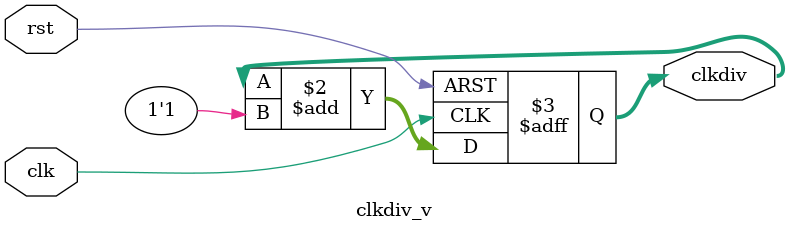
<source format=v>
`timescale 1ns / 1ps
module clkdiv_v(input clk,
                input rst,
					 output reg[31:0]clkdiv
    );

always @ (posedge clk or posedge rst) begin
     if(rst) clkdiv<=0;
	  else clkdiv <= clkdiv + 1'b1;
end

endmodule

</source>
